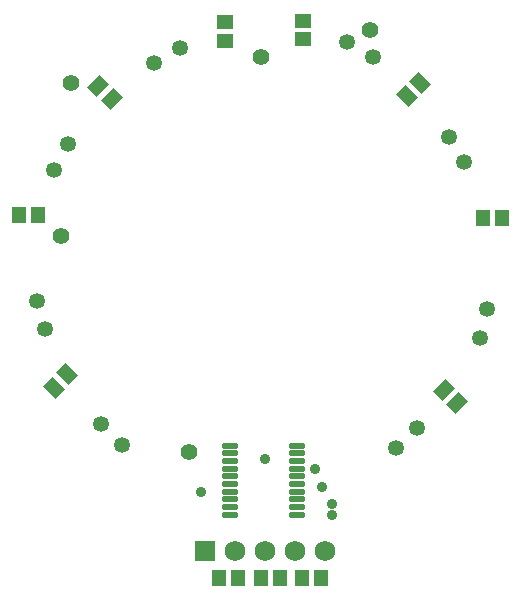
<source format=gts>
G04*
G04 #@! TF.GenerationSoftware,Altium Limited,Altium Designer,22.7.1 (60)*
G04*
G04 Layer_Color=8388736*
%FSLAX44Y44*%
%MOMM*%
G71*
G04*
G04 #@! TF.SameCoordinates,34583956-BA44-4E5B-BA21-D6171543F883*
G04*
G04*
G04 #@! TF.FilePolarity,Negative*
G04*
G01*
G75*
%ADD19R,1.1500X1.4500*%
G04:AMPARAMS|DCode=20|XSize=1.45mm|YSize=1.15mm|CornerRadius=0mm|HoleSize=0mm|Usage=FLASHONLY|Rotation=225.000|XOffset=0mm|YOffset=0mm|HoleType=Round|Shape=Rectangle|*
%AMROTATEDRECTD20*
4,1,4,0.1061,0.9192,0.9192,0.1061,-0.1061,-0.9192,-0.9192,-0.1061,0.1061,0.9192,0.0*
%
%ADD20ROTATEDRECTD20*%

G04:AMPARAMS|DCode=21|XSize=1.45mm|YSize=1.15mm|CornerRadius=0mm|HoleSize=0mm|Usage=FLASHONLY|Rotation=315.000|XOffset=0mm|YOffset=0mm|HoleType=Round|Shape=Rectangle|*
%AMROTATEDRECTD21*
4,1,4,-0.9192,0.1061,-0.1061,0.9192,0.9192,-0.1061,0.1061,-0.9192,-0.9192,0.1061,0.0*
%
%ADD21ROTATEDRECTD21*%

%ADD22R,1.4500X1.1500*%
G04:AMPARAMS|DCode=23|XSize=0.55mm|YSize=1.35mm|CornerRadius=0.125mm|HoleSize=0mm|Usage=FLASHONLY|Rotation=90.000|XOffset=0mm|YOffset=0mm|HoleType=Round|Shape=RoundedRectangle|*
%AMROUNDEDRECTD23*
21,1,0.5500,1.1000,0,0,90.0*
21,1,0.3000,1.3500,0,0,90.0*
1,1,0.2500,0.5500,0.1500*
1,1,0.2500,0.5500,-0.1500*
1,1,0.2500,-0.5500,-0.1500*
1,1,0.2500,-0.5500,0.1500*
%
%ADD23ROUNDEDRECTD23*%
%ADD24C,1.7500*%
%ADD25R,1.7500X1.7500*%
%ADD26C,1.3500*%
%ADD27C,1.4200*%
%ADD28C,0.9120*%
D19*
X233300Y-34036D02*
D03*
X249300D02*
D03*
X268098Y-33782D02*
D03*
X284098D02*
D03*
X421032Y271018D02*
D03*
X437032D02*
D03*
X44550Y273304D02*
D03*
X28550D02*
D03*
X213486Y-33782D02*
D03*
X197486D02*
D03*
D20*
X388297Y125291D02*
D03*
X399611Y113977D02*
D03*
X106749Y371533D02*
D03*
X95435Y382847D02*
D03*
D21*
X356547Y373819D02*
D03*
X367861Y385133D02*
D03*
X69157Y138499D02*
D03*
X57843Y127185D02*
D03*
D22*
X268478Y422048D02*
D03*
Y438048D02*
D03*
X202692Y421032D02*
D03*
Y437032D02*
D03*
D23*
X263958Y19518D02*
D03*
Y26018D02*
D03*
Y32518D02*
D03*
Y39018D02*
D03*
Y45518D02*
D03*
Y52018D02*
D03*
Y58518D02*
D03*
Y65018D02*
D03*
Y71518D02*
D03*
Y78018D02*
D03*
X206958Y19518D02*
D03*
Y26018D02*
D03*
Y32518D02*
D03*
Y39018D02*
D03*
Y45518D02*
D03*
Y52018D02*
D03*
Y58518D02*
D03*
Y65018D02*
D03*
Y71518D02*
D03*
Y78018D02*
D03*
D24*
X236728Y-11176D02*
D03*
X211328D02*
D03*
X262128D02*
D03*
X287528D02*
D03*
D25*
X185928D02*
D03*
D26*
X115265Y78791D02*
D03*
X97587Y96469D02*
D03*
X418405Y169536D02*
D03*
X424875Y193684D02*
D03*
X306324Y419862D02*
D03*
X327975Y407362D02*
D03*
X143002Y402082D02*
D03*
X70258Y333405D02*
D03*
X57758Y311754D02*
D03*
X164653Y414582D02*
D03*
X392784Y339501D02*
D03*
X405284Y317850D02*
D03*
X365455Y93421D02*
D03*
X347777Y75743D02*
D03*
X44009Y200796D02*
D03*
X50479Y176648D02*
D03*
D27*
X325374Y429768D02*
D03*
X72644Y385064D02*
D03*
X172720Y72390D02*
D03*
X233680Y406908D02*
D03*
X63754Y255778D02*
D03*
D28*
X293116Y19558D02*
D03*
X278892Y58518D02*
D03*
X285242Y43180D02*
D03*
X293116Y28702D02*
D03*
X182118Y39018D02*
D03*
X236728Y66802D02*
D03*
M02*

</source>
